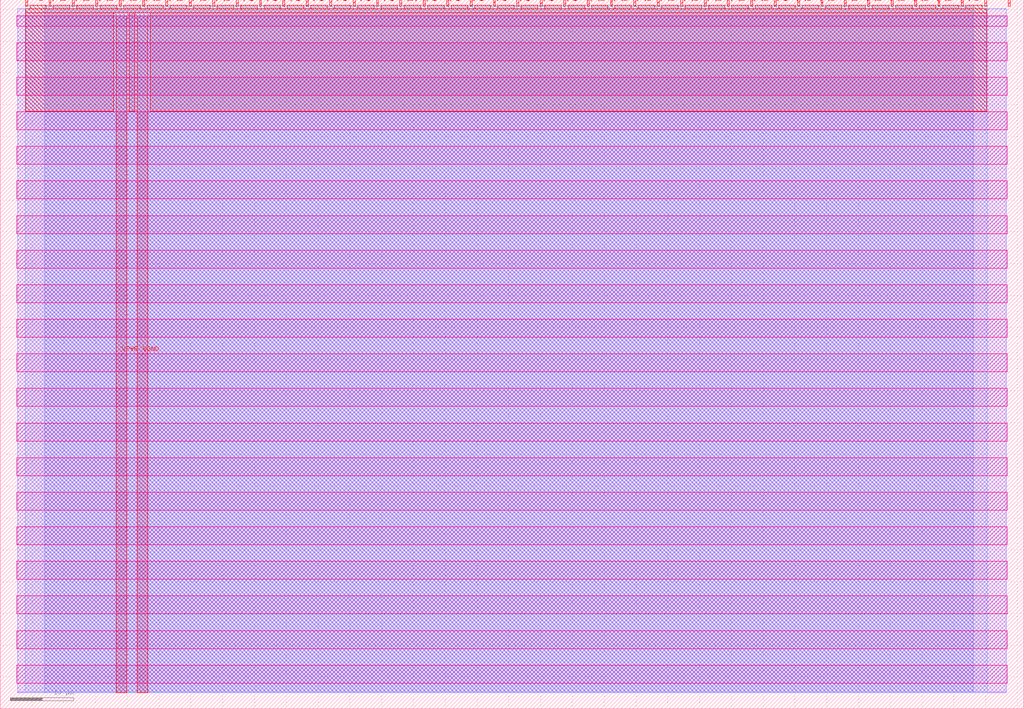
<source format=lef>
VERSION 5.7 ;
  NOWIREEXTENSIONATPIN ON ;
  DIVIDERCHAR "/" ;
  BUSBITCHARS "[]" ;
MACRO tt_um_factory_test
  CLASS BLOCK ;
  FOREIGN tt_um_factory_test ;
  ORIGIN 0.000 0.000 ;
  SIZE 161.000 BY 111.520 ;
  PIN VGND
    DIRECTION INOUT ;
    USE GROUND ;
    PORT
      LAYER met4 ;
        RECT 21.580 2.480 23.180 109.040 ;
    END
  END VGND
  PIN VPWR
    DIRECTION INOUT ;
    USE POWER ;
    PORT
      LAYER met4 ;
        RECT 18.280 2.480 19.880 109.040 ;
    END
  END VPWR
  PIN clk
    DIRECTION INPUT ;
    USE SIGNAL ;
    ANTENNAGATEAREA 0.852000 ;
    PORT
      LAYER met4 ;
        RECT 154.870 110.520 155.170 111.520 ;
    END
  END clk
  PIN ena
    DIRECTION INPUT ;
    USE SIGNAL ;
    PORT
      LAYER met4 ;
        RECT 158.550 110.520 158.850 111.520 ;
    END
  END ena
  PIN rst_n
    DIRECTION INPUT ;
    USE SIGNAL ;
    ANTENNAGATEAREA 0.247500 ;
    PORT
      LAYER met4 ;
        RECT 151.190 110.520 151.490 111.520 ;
    END
  END rst_n
  PIN ui_in[0]
    DIRECTION INPUT ;
    USE SIGNAL ;
    ANTENNAGATEAREA 0.247500 ;
    PORT
      LAYER met4 ;
        RECT 147.510 110.520 147.810 111.520 ;
    END
  END ui_in[0]
  PIN ui_in[1]
    DIRECTION INPUT ;
    USE SIGNAL ;
    ANTENNAGATEAREA 0.196500 ;
    PORT
      LAYER met4 ;
        RECT 143.830 110.520 144.130 111.520 ;
    END
  END ui_in[1]
  PIN ui_in[2]
    DIRECTION INPUT ;
    USE SIGNAL ;
    ANTENNAGATEAREA 0.196500 ;
    PORT
      LAYER met4 ;
        RECT 140.150 110.520 140.450 111.520 ;
    END
  END ui_in[2]
  PIN ui_in[3]
    DIRECTION INPUT ;
    USE SIGNAL ;
    ANTENNAGATEAREA 0.196500 ;
    PORT
      LAYER met4 ;
        RECT 136.470 110.520 136.770 111.520 ;
    END
  END ui_in[3]
  PIN ui_in[4]
    DIRECTION INPUT ;
    USE SIGNAL ;
    ANTENNAGATEAREA 0.196500 ;
    PORT
      LAYER met4 ;
        RECT 132.790 110.520 133.090 111.520 ;
    END
  END ui_in[4]
  PIN ui_in[5]
    DIRECTION INPUT ;
    USE SIGNAL ;
    ANTENNAGATEAREA 0.196500 ;
    PORT
      LAYER met4 ;
        RECT 129.110 110.520 129.410 111.520 ;
    END
  END ui_in[5]
  PIN ui_in[6]
    DIRECTION INPUT ;
    USE SIGNAL ;
    ANTENNAGATEAREA 0.196500 ;
    PORT
      LAYER met4 ;
        RECT 125.430 110.520 125.730 111.520 ;
    END
  END ui_in[6]
  PIN ui_in[7]
    DIRECTION INPUT ;
    USE SIGNAL ;
    ANTENNAGATEAREA 0.196500 ;
    PORT
      LAYER met4 ;
        RECT 121.750 110.520 122.050 111.520 ;
    END
  END ui_in[7]
  PIN uio_in[0]
    DIRECTION INPUT ;
    USE SIGNAL ;
    ANTENNAGATEAREA 0.196500 ;
    PORT
      LAYER met4 ;
        RECT 118.070 110.520 118.370 111.520 ;
    END
  END uio_in[0]
  PIN uio_in[1]
    DIRECTION INPUT ;
    USE SIGNAL ;
    ANTENNAGATEAREA 0.196500 ;
    PORT
      LAYER met4 ;
        RECT 114.390 110.520 114.690 111.520 ;
    END
  END uio_in[1]
  PIN uio_in[2]
    DIRECTION INPUT ;
    USE SIGNAL ;
    ANTENNAGATEAREA 0.196500 ;
    PORT
      LAYER met4 ;
        RECT 110.710 110.520 111.010 111.520 ;
    END
  END uio_in[2]
  PIN uio_in[3]
    DIRECTION INPUT ;
    USE SIGNAL ;
    ANTENNAGATEAREA 0.196500 ;
    PORT
      LAYER met4 ;
        RECT 107.030 110.520 107.330 111.520 ;
    END
  END uio_in[3]
  PIN uio_in[4]
    DIRECTION INPUT ;
    USE SIGNAL ;
    ANTENNAGATEAREA 0.196500 ;
    PORT
      LAYER met4 ;
        RECT 103.350 110.520 103.650 111.520 ;
    END
  END uio_in[4]
  PIN uio_in[5]
    DIRECTION INPUT ;
    USE SIGNAL ;
    ANTENNAGATEAREA 0.196500 ;
    PORT
      LAYER met4 ;
        RECT 99.670 110.520 99.970 111.520 ;
    END
  END uio_in[5]
  PIN uio_in[6]
    DIRECTION INPUT ;
    USE SIGNAL ;
    ANTENNAGATEAREA 0.196500 ;
    PORT
      LAYER met4 ;
        RECT 95.990 110.520 96.290 111.520 ;
    END
  END uio_in[6]
  PIN uio_in[7]
    DIRECTION INPUT ;
    USE SIGNAL ;
    ANTENNAGATEAREA 0.196500 ;
    PORT
      LAYER met4 ;
        RECT 92.310 110.520 92.610 111.520 ;
    END
  END uio_in[7]
  PIN uio_oe[0]
    DIRECTION OUTPUT ;
    USE SIGNAL ;
    ANTENNADIFFAREA 0.445500 ;
    PORT
      LAYER met4 ;
        RECT 29.750 110.520 30.050 111.520 ;
    END
  END uio_oe[0]
  PIN uio_oe[1]
    DIRECTION OUTPUT ;
    USE SIGNAL ;
    ANTENNADIFFAREA 0.445500 ;
    PORT
      LAYER met4 ;
        RECT 26.070 110.520 26.370 111.520 ;
    END
  END uio_oe[1]
  PIN uio_oe[2]
    DIRECTION OUTPUT ;
    USE SIGNAL ;
    ANTENNADIFFAREA 0.445500 ;
    PORT
      LAYER met4 ;
        RECT 22.390 110.520 22.690 111.520 ;
    END
  END uio_oe[2]
  PIN uio_oe[3]
    DIRECTION OUTPUT ;
    USE SIGNAL ;
    ANTENNADIFFAREA 0.445500 ;
    PORT
      LAYER met4 ;
        RECT 18.710 110.520 19.010 111.520 ;
    END
  END uio_oe[3]
  PIN uio_oe[4]
    DIRECTION OUTPUT ;
    USE SIGNAL ;
    ANTENNADIFFAREA 0.445500 ;
    PORT
      LAYER met4 ;
        RECT 15.030 110.520 15.330 111.520 ;
    END
  END uio_oe[4]
  PIN uio_oe[5]
    DIRECTION OUTPUT ;
    USE SIGNAL ;
    ANTENNADIFFAREA 0.445500 ;
    PORT
      LAYER met4 ;
        RECT 11.350 110.520 11.650 111.520 ;
    END
  END uio_oe[5]
  PIN uio_oe[6]
    DIRECTION OUTPUT ;
    USE SIGNAL ;
    ANTENNADIFFAREA 0.445500 ;
    PORT
      LAYER met4 ;
        RECT 7.670 110.520 7.970 111.520 ;
    END
  END uio_oe[6]
  PIN uio_oe[7]
    DIRECTION OUTPUT ;
    USE SIGNAL ;
    ANTENNAGATEAREA 2.103000 ;
    ANTENNADIFFAREA 0.924000 ;
    PORT
      LAYER met4 ;
        RECT 3.990 110.520 4.290 111.520 ;
    END
  END uio_oe[7]
  PIN uio_out[0]
    DIRECTION OUTPUT ;
    USE SIGNAL ;
    ANTENNADIFFAREA 0.643500 ;
    PORT
      LAYER met4 ;
        RECT 59.190 110.520 59.490 111.520 ;
    END
  END uio_out[0]
  PIN uio_out[1]
    DIRECTION OUTPUT ;
    USE SIGNAL ;
    ANTENNADIFFAREA 0.643500 ;
    PORT
      LAYER met4 ;
        RECT 55.510 110.520 55.810 111.520 ;
    END
  END uio_out[1]
  PIN uio_out[2]
    DIRECTION OUTPUT ;
    USE SIGNAL ;
    ANTENNADIFFAREA 0.643500 ;
    PORT
      LAYER met4 ;
        RECT 51.830 110.520 52.130 111.520 ;
    END
  END uio_out[2]
  PIN uio_out[3]
    DIRECTION OUTPUT ;
    USE SIGNAL ;
    ANTENNADIFFAREA 0.643500 ;
    PORT
      LAYER met4 ;
        RECT 48.150 110.520 48.450 111.520 ;
    END
  END uio_out[3]
  PIN uio_out[4]
    DIRECTION OUTPUT ;
    USE SIGNAL ;
    ANTENNADIFFAREA 0.643500 ;
    PORT
      LAYER met4 ;
        RECT 44.470 110.520 44.770 111.520 ;
    END
  END uio_out[4]
  PIN uio_out[5]
    DIRECTION OUTPUT ;
    USE SIGNAL ;
    ANTENNADIFFAREA 0.643500 ;
    PORT
      LAYER met4 ;
        RECT 40.790 110.520 41.090 111.520 ;
    END
  END uio_out[5]
  PIN uio_out[6]
    DIRECTION OUTPUT ;
    USE SIGNAL ;
    ANTENNADIFFAREA 0.643500 ;
    PORT
      LAYER met4 ;
        RECT 37.110 110.520 37.410 111.520 ;
    END
  END uio_out[6]
  PIN uio_out[7]
    DIRECTION OUTPUT ;
    USE SIGNAL ;
    ANTENNADIFFAREA 0.643500 ;
    PORT
      LAYER met4 ;
        RECT 33.430 110.520 33.730 111.520 ;
    END
  END uio_out[7]
  PIN uo_out[0]
    DIRECTION OUTPUT ;
    USE SIGNAL ;
    ANTENNADIFFAREA 1.288000 ;
    PORT
      LAYER met4 ;
        RECT 88.630 110.520 88.930 111.520 ;
    END
  END uo_out[0]
  PIN uo_out[1]
    DIRECTION OUTPUT ;
    USE SIGNAL ;
    ANTENNADIFFAREA 0.891000 ;
    PORT
      LAYER met4 ;
        RECT 84.950 110.520 85.250 111.520 ;
    END
  END uo_out[1]
  PIN uo_out[2]
    DIRECTION OUTPUT ;
    USE SIGNAL ;
    ANTENNADIFFAREA 0.891000 ;
    PORT
      LAYER met4 ;
        RECT 81.270 110.520 81.570 111.520 ;
    END
  END uo_out[2]
  PIN uo_out[3]
    DIRECTION OUTPUT ;
    USE SIGNAL ;
    ANTENNADIFFAREA 0.891000 ;
    PORT
      LAYER met4 ;
        RECT 77.590 110.520 77.890 111.520 ;
    END
  END uo_out[3]
  PIN uo_out[4]
    DIRECTION OUTPUT ;
    USE SIGNAL ;
    ANTENNADIFFAREA 0.891000 ;
    PORT
      LAYER met4 ;
        RECT 73.910 110.520 74.210 111.520 ;
    END
  END uo_out[4]
  PIN uo_out[5]
    DIRECTION OUTPUT ;
    USE SIGNAL ;
    ANTENNADIFFAREA 0.891000 ;
    PORT
      LAYER met4 ;
        RECT 70.230 110.520 70.530 111.520 ;
    END
  END uo_out[5]
  PIN uo_out[6]
    DIRECTION OUTPUT ;
    USE SIGNAL ;
    ANTENNADIFFAREA 0.891000 ;
    PORT
      LAYER met4 ;
        RECT 66.550 110.520 66.850 111.520 ;
    END
  END uo_out[6]
  PIN uo_out[7]
    DIRECTION OUTPUT ;
    USE SIGNAL ;
    ANTENNADIFFAREA 0.891000 ;
    PORT
      LAYER met4 ;
        RECT 62.870 110.520 63.170 111.520 ;
    END
  END uo_out[7]
  OBS
      LAYER nwell ;
        RECT 2.570 107.385 158.430 108.990 ;
        RECT 2.570 101.945 158.430 104.775 ;
        RECT 2.570 96.505 158.430 99.335 ;
        RECT 2.570 91.065 158.430 93.895 ;
        RECT 2.570 85.625 158.430 88.455 ;
        RECT 2.570 80.185 158.430 83.015 ;
        RECT 2.570 74.745 158.430 77.575 ;
        RECT 2.570 69.305 158.430 72.135 ;
        RECT 2.570 63.865 158.430 66.695 ;
        RECT 2.570 58.425 158.430 61.255 ;
        RECT 2.570 52.985 158.430 55.815 ;
        RECT 2.570 47.545 158.430 50.375 ;
        RECT 2.570 42.105 158.430 44.935 ;
        RECT 2.570 36.665 158.430 39.495 ;
        RECT 2.570 31.225 158.430 34.055 ;
        RECT 2.570 25.785 158.430 28.615 ;
        RECT 2.570 20.345 158.430 23.175 ;
        RECT 2.570 14.905 158.430 17.735 ;
        RECT 2.570 9.465 158.430 12.295 ;
        RECT 2.570 4.025 158.430 6.855 ;
      LAYER li1 ;
        RECT 2.760 2.635 158.240 108.885 ;
      LAYER met1 ;
        RECT 2.760 2.480 158.240 110.120 ;
      LAYER met2 ;
        RECT 6.990 2.535 153.080 110.685 ;
      LAYER met3 ;
        RECT 3.950 2.555 155.210 110.665 ;
      LAYER met4 ;
        RECT 4.690 110.120 7.270 110.665 ;
        RECT 8.370 110.120 10.950 110.665 ;
        RECT 12.050 110.120 14.630 110.665 ;
        RECT 15.730 110.120 18.310 110.665 ;
        RECT 19.410 110.120 21.990 110.665 ;
        RECT 23.090 110.120 25.670 110.665 ;
        RECT 26.770 110.120 29.350 110.665 ;
        RECT 30.450 110.120 33.030 110.665 ;
        RECT 34.130 110.120 36.710 110.665 ;
        RECT 37.810 110.120 40.390 110.665 ;
        RECT 41.490 110.120 44.070 110.665 ;
        RECT 45.170 110.120 47.750 110.665 ;
        RECT 48.850 110.120 51.430 110.665 ;
        RECT 52.530 110.120 55.110 110.665 ;
        RECT 56.210 110.120 58.790 110.665 ;
        RECT 59.890 110.120 62.470 110.665 ;
        RECT 63.570 110.120 66.150 110.665 ;
        RECT 67.250 110.120 69.830 110.665 ;
        RECT 70.930 110.120 73.510 110.665 ;
        RECT 74.610 110.120 77.190 110.665 ;
        RECT 78.290 110.120 80.870 110.665 ;
        RECT 81.970 110.120 84.550 110.665 ;
        RECT 85.650 110.120 88.230 110.665 ;
        RECT 89.330 110.120 91.910 110.665 ;
        RECT 93.010 110.120 95.590 110.665 ;
        RECT 96.690 110.120 99.270 110.665 ;
        RECT 100.370 110.120 102.950 110.665 ;
        RECT 104.050 110.120 106.630 110.665 ;
        RECT 107.730 110.120 110.310 110.665 ;
        RECT 111.410 110.120 113.990 110.665 ;
        RECT 115.090 110.120 117.670 110.665 ;
        RECT 118.770 110.120 121.350 110.665 ;
        RECT 122.450 110.120 125.030 110.665 ;
        RECT 126.130 110.120 128.710 110.665 ;
        RECT 129.810 110.120 132.390 110.665 ;
        RECT 133.490 110.120 136.070 110.665 ;
        RECT 137.170 110.120 139.750 110.665 ;
        RECT 140.850 110.120 143.430 110.665 ;
        RECT 144.530 110.120 147.110 110.665 ;
        RECT 148.210 110.120 150.790 110.665 ;
        RECT 151.890 110.120 154.470 110.665 ;
        RECT 3.975 109.440 155.185 110.120 ;
        RECT 3.975 94.015 17.880 109.440 ;
        RECT 20.280 94.015 21.180 109.440 ;
        RECT 23.580 94.015 155.185 109.440 ;
  END
END tt_um_factory_test
END LIBRARY


</source>
